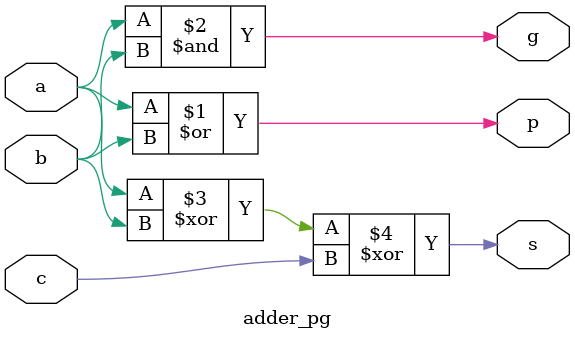
<source format=v>
`timescale 1ns / 1ps


module adder_pg(
    input a, b, c,
    output p, g, s
    );
    
    assign p = a | b;
    assign g = a & b;
    assign s = a ^ b ^ c;
endmodule

</source>
